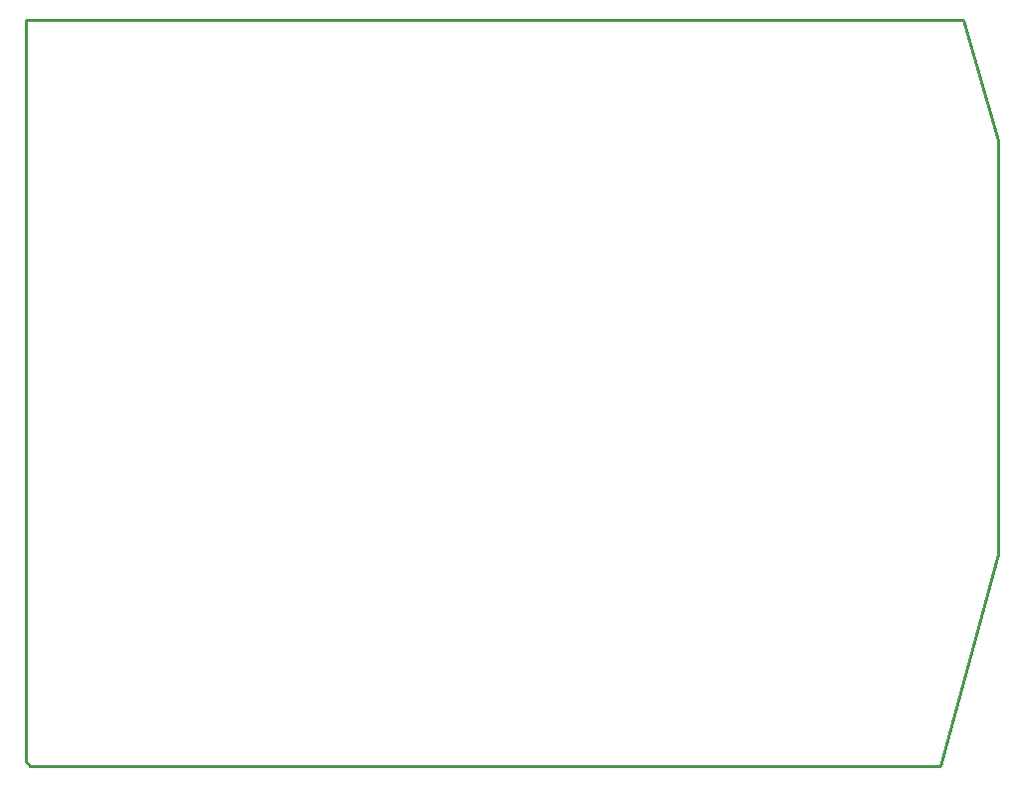
<source format=gko>
G04*
G04 #@! TF.GenerationSoftware,Altium Limited,Altium Designer,20.0.9 (164)*
G04*
G04 Layer_Color=16711935*
%FSLAX25Y25*%
%MOIN*%
G70*
G01*
G75*
%ADD13C,0.01000*%
D13*
X-750Y750D02*
Y249250D01*
X29750D01*
X313050D02*
X324750Y208750D01*
X29750Y249250D02*
X313050D01*
X305250Y-750D02*
X324750Y70250D01*
Y208750D01*
X-750Y750D02*
X750Y-750D01*
X305250D01*
M02*

</source>
